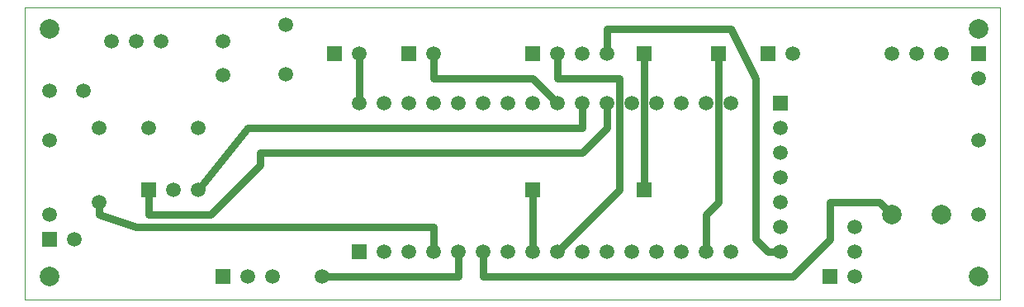
<source format=gbr>
%FSLAX34Y34*%
%MOMM*%
%LNCOPPER_TOP*%
G71*
G01*
%ADD10C, 0.00*%
%ADD11C, 0.80*%
%ADD12C, 1.52*%
%ADD13C, 2.00*%
%ADD14C, 0.80*%
%LPD*%
G54D10*
X0Y1000000D02*
X1000000Y1000000D01*
X1000000Y700000D01*
X0Y700000D01*
X0Y1000000D01*
G54D11*
X469900Y749300D02*
X469900Y723900D01*
X787400Y723900D01*
X825500Y762000D01*
X825500Y800100D01*
X876300Y800100D01*
X889000Y787400D01*
G54D11*
X774700Y749300D02*
X762000Y749300D01*
X749300Y762000D01*
X749300Y927100D01*
X723900Y977900D01*
X596900Y977900D01*
X596900Y952500D01*
G54D11*
X177800Y812800D02*
X228600Y876300D01*
X571500Y876300D01*
X571500Y901700D01*
G54D11*
X596900Y901700D02*
X596900Y876300D01*
X571500Y850900D01*
X241300Y850900D01*
X241300Y838200D01*
X190500Y787400D01*
X127000Y787400D01*
X127000Y812800D01*
G54D11*
X76200Y800100D02*
X76200Y787400D01*
X114300Y774700D01*
X419100Y774700D01*
X419100Y749300D01*
G54D11*
X444500Y749300D02*
X444500Y723900D01*
X304800Y723900D01*
G54D11*
X711200Y952500D02*
X711200Y800100D01*
X698500Y787400D01*
X698500Y749300D01*
G54D11*
X546100Y749300D02*
X609600Y812800D01*
X609600Y927100D01*
X546100Y927100D01*
X546100Y952500D01*
G54D11*
X635000Y952500D02*
X635000Y812800D01*
G54D11*
X520700Y812800D02*
X520700Y749300D01*
G54D11*
X342900Y901700D02*
X342900Y952500D01*
G54D11*
X546100Y901700D02*
X520700Y927100D01*
X419100Y927100D01*
X419100Y952500D01*
X76200Y876300D02*
G54D12*
D03*
X127000Y876300D02*
G54D12*
D03*
X177800Y876300D02*
G54D12*
D03*
X177800Y812800D02*
G54D12*
D03*
X152400Y812800D02*
G54D12*
D03*
X76200Y800100D02*
G54D12*
D03*
X342900Y952500D02*
G54D12*
D03*
X419100Y952500D02*
G54D12*
D03*
X342900Y901700D02*
G54D12*
D03*
X368300Y901700D02*
G54D12*
D03*
X393700Y901700D02*
G54D12*
D03*
X419100Y901700D02*
G54D12*
D03*
X444500Y901700D02*
G54D12*
D03*
X469900Y901700D02*
G54D12*
D03*
X495300Y901700D02*
G54D12*
D03*
X520700Y901700D02*
G54D12*
D03*
X546100Y901700D02*
G54D12*
D03*
X571500Y901700D02*
G54D12*
D03*
X673100Y901700D02*
G54D12*
D03*
X368300Y749300D02*
G54D12*
D03*
X393700Y749300D02*
G54D12*
D03*
X419100Y749300D02*
G54D12*
D03*
X444500Y749300D02*
G54D12*
D03*
X469900Y749300D02*
G54D12*
D03*
X495300Y749300D02*
G54D12*
D03*
X520700Y749300D02*
G54D12*
D03*
X546100Y749300D02*
G54D12*
D03*
X571500Y749300D02*
G54D12*
D03*
X596900Y749300D02*
G54D12*
D03*
X622300Y749300D02*
G54D12*
D03*
X647700Y749300D02*
G54D12*
D03*
X673100Y749300D02*
G54D12*
D03*
X698500Y749300D02*
G54D12*
D03*
X723900Y749300D02*
G54D12*
D03*
X774700Y749300D02*
G54D12*
D03*
X774700Y774700D02*
G54D12*
D03*
X774700Y800100D02*
G54D12*
D03*
X774700Y825500D02*
G54D12*
D03*
X774700Y850900D02*
G54D12*
D03*
X774700Y876300D02*
G54D12*
D03*
X850900Y723900D02*
G54D12*
D03*
X850900Y749300D02*
G54D12*
D03*
X850900Y774700D02*
G54D12*
D03*
X889000Y787400D02*
G54D12*
D03*
X939800Y787400D02*
G54D12*
D03*
X977900Y787400D02*
G54D12*
D03*
X977900Y863600D02*
G54D12*
D03*
X977900Y927100D02*
G54D12*
D03*
X939800Y952500D02*
G54D12*
D03*
X914800Y952500D02*
G54D12*
D03*
X889800Y952500D02*
G54D12*
D03*
X787400Y952500D02*
G54D12*
D03*
X304800Y723900D02*
G54D12*
D03*
X254000Y723900D02*
G54D12*
D03*
X228600Y723900D02*
G54D12*
D03*
X546100Y952500D02*
G54D12*
D03*
X571500Y952500D02*
G54D12*
D03*
X596900Y952500D02*
G54D12*
D03*
G36*
X119400Y820400D02*
X134600Y820400D01*
X134600Y805200D01*
X119400Y805200D01*
X119400Y820400D01*
G37*
G36*
X195600Y731500D02*
X210800Y731500D01*
X210800Y716300D01*
X195600Y716300D01*
X195600Y731500D01*
G37*
G36*
X309900Y960100D02*
X325100Y960100D01*
X325100Y944900D01*
X309900Y944900D01*
X309900Y960100D01*
G37*
G36*
X386100Y960100D02*
X401300Y960100D01*
X401300Y944900D01*
X386100Y944900D01*
X386100Y960100D01*
G37*
G36*
X513100Y960100D02*
X528300Y960100D01*
X528300Y944900D01*
X513100Y944900D01*
X513100Y960100D01*
G37*
G36*
X627400Y960100D02*
X642600Y960100D01*
X642600Y944900D01*
X627400Y944900D01*
X627400Y960100D01*
G37*
G36*
X703600Y960100D02*
X718800Y960100D01*
X718800Y944900D01*
X703600Y944900D01*
X703600Y960100D01*
G37*
G36*
X754400Y960100D02*
X769600Y960100D01*
X769600Y944900D01*
X754400Y944900D01*
X754400Y960100D01*
G37*
G36*
X970300Y960100D02*
X985500Y960100D01*
X985500Y944900D01*
X970300Y944900D01*
X970300Y960100D01*
G37*
G36*
X817900Y731500D02*
X833100Y731500D01*
X833100Y716300D01*
X817900Y716300D01*
X817900Y731500D01*
G37*
G36*
X767100Y909300D02*
X782300Y909300D01*
X782300Y894100D01*
X767100Y894100D01*
X767100Y909300D01*
G37*
G36*
X627400Y820400D02*
X642600Y820400D01*
X642600Y805200D01*
X627400Y805200D01*
X627400Y820400D01*
G37*
G36*
X513100Y820400D02*
X528300Y820400D01*
X528300Y805200D01*
X513100Y805200D01*
X513100Y820400D01*
G37*
G36*
X335300Y756900D02*
X350500Y756900D01*
X350500Y741700D01*
X335300Y741700D01*
X335300Y756900D01*
G37*
X596900Y901700D02*
G54D12*
D03*
X622300Y901700D02*
G54D12*
D03*
X647700Y901700D02*
G54D12*
D03*
X698500Y901700D02*
G54D12*
D03*
X723900Y901700D02*
G54D12*
D03*
X25400Y723900D02*
G54D13*
D03*
X977900Y723900D02*
G54D13*
D03*
X25400Y977900D02*
G54D13*
D03*
X977900Y977900D02*
G54D13*
D03*
X88900Y965200D02*
G54D14*
D03*
X114300Y965200D02*
G54D14*
D03*
X139700Y965200D02*
G54D14*
D03*
X203200Y965200D02*
G54D14*
D03*
X88900Y965200D02*
G54D12*
D03*
X114300Y965200D02*
G54D12*
D03*
X139700Y965200D02*
G54D12*
D03*
X203200Y965200D02*
G54D12*
D03*
X203200Y930200D02*
G54D12*
D03*
X60400Y914400D02*
G54D12*
D03*
X25400Y914400D02*
G54D12*
D03*
X25400Y863600D02*
G54D12*
D03*
X25400Y787400D02*
G54D12*
D03*
X50800Y762000D02*
G54D12*
D03*
G36*
X17800Y769600D02*
X33000Y769600D01*
X33000Y754400D01*
X17800Y754400D01*
X17800Y769600D01*
G37*
X267910Y931432D02*
G54D12*
D03*
X267910Y982232D02*
G54D12*
D03*
X889000Y787400D02*
G54D13*
D03*
X939800Y787400D02*
G54D13*
D03*
M02*

</source>
